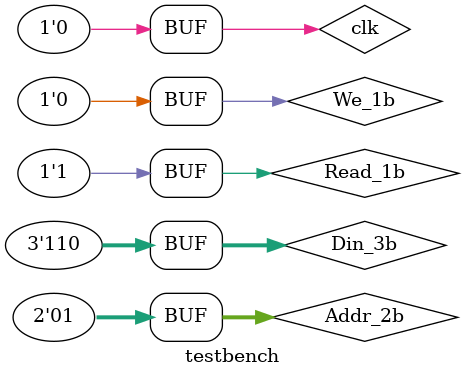
<source format=v>
`timescale 1ns / 1ps
module D_FF(input d_1b,output reg q_1b,input Write_1b,input clk);

always@(negedge clk)
	begin
		if(Write_1b)
			q_1b<= d_1b;
	end
endmodule	

module Mux4to1(input Din0_1b,input Din1_1b,input Din2_1b,input Din3_1b,output reg Dout_1b,input [1:0]Addr_2b);

always @(*)
	begin
		case(Addr_2b)
		2'd0:
				Dout_1b = Din0_1b;
		2'd1:
				Dout_1b = Din1_1b;
		2'd2:
				Dout_1b = Din2_1b;
		2'd3:
				Dout_1b = Din3_1b;
		endcase
	end
endmodule  

module Mux2to1(input [2:0]Dout_3b,input [2:0]Zero_3b,output reg [2:0]Qout_3b,input Read_1b);

always @ (*)
	begin
		if(Read_1b)
			Qout_3b = Dout_3b;
		else
		Qout_3b = Zero_3b;
	end
endmodule	

module Decoder2to4(input [1:0]Addr_2b,output reg [3:0]Loc_4b);

always @ (*)
	begin
		case(Addr_2b)
			2'd0:
					Loc_4b= 4'b0001;
			2'd1:
					Loc_4b = 4'b0010;
			2'd2:
					Loc_4b = 4'b0100;
			2'd3:
					Loc_4b = 4'b1000;
		endcase
	end
	
endmodule

module Memory( input [2:0]Din_3b,input [1:0]Addr_2b,input WE_1b,input Read_1b,output [2:0]Qout_3b,input clk);

wire [3:0] line;
wire [2:0] first,second,third,fourth;
wire [2:0] fromtomux; 
wire w1,w2,w3,w4;

Decoder2to4 dec(Addr_2b,line);

and a1(w1,WE_1b,line[0]);
and a2(w2,WE_1b,line[1]);
and a3(w3,WE_1b,line[2]);
and a4(w4,WE_1b,line[3]);

D_FF d11(Din_3b[0],first[0],w1,clk);
D_FF d12(Din_3b[1],first[1],w1,clk);
D_FF d13(Din_3b[2],first[2],w1,clk);

D_FF d21(Din_3b[0],second[0],w2,clk);
D_FF d22(Din_3b[1],second[1],w2,clk);
D_FF d23(Din_3b[2],second[2],w2,clk);

D_FF d31(Din_3b[0],third[0],w3,clk);
D_FF d32(Din_3b[1],third[1],w3,clk);
D_FF d33(Din_3b[2],third[2],w3,clk);

D_FF d41(Din_3b[0],fourth[0],w4,clk);
D_FF d42(Din_3b[1],fourth[1],w4,clk);
D_FF d43(Din_3b[2],fourth[2],w4,clk);

Mux4to1 m1(first[0],second[0],third[0],fourth[0],fromtomux[0],Addr_2b);
Mux4to1 m2(first[1],second[1],third[1],fourth[1],fromtomux[1],Addr_2b);
Mux4to1 m3(first[2],second[2],third[2],fourth[2],fromtomux[2],Addr_2b);


Mux2to1 m4(fromtomux,3'b000,Qout_3b,Read_1b);

endmodule

module testbench;

reg [2:0]Din_3b;
reg [1:0] Addr_2b;
reg We_1b,Read_1b,clk;
wire [2:0] Qout_3b;

Memory m14(Din_3b,Addr_2b,We_1b,Read_1b,Qout_3b,clk);
 
initial 
	begin 
	$monitor($time,"clk = %b  Din = %b write = %b read = %b output = %b",clk,Din_3b,We_1b,Read_1b,Qout_3b);
	end
initial
begin
clk = 0;
end
	
initial
begin
	repeat(15)
	#1 clk = ~clk;
	end
	
initial
begin
#1 We_1b = 1'b1;Din_3b = 3'b110;Addr_2b = 2'b01;Read_1b=1'b0;
#1 Read_1b = 1'b1;Addr_2b = 2'b01;We_1b = 1'b0;
end
endmodule
 
  
 
 
 
 
 
</source>
